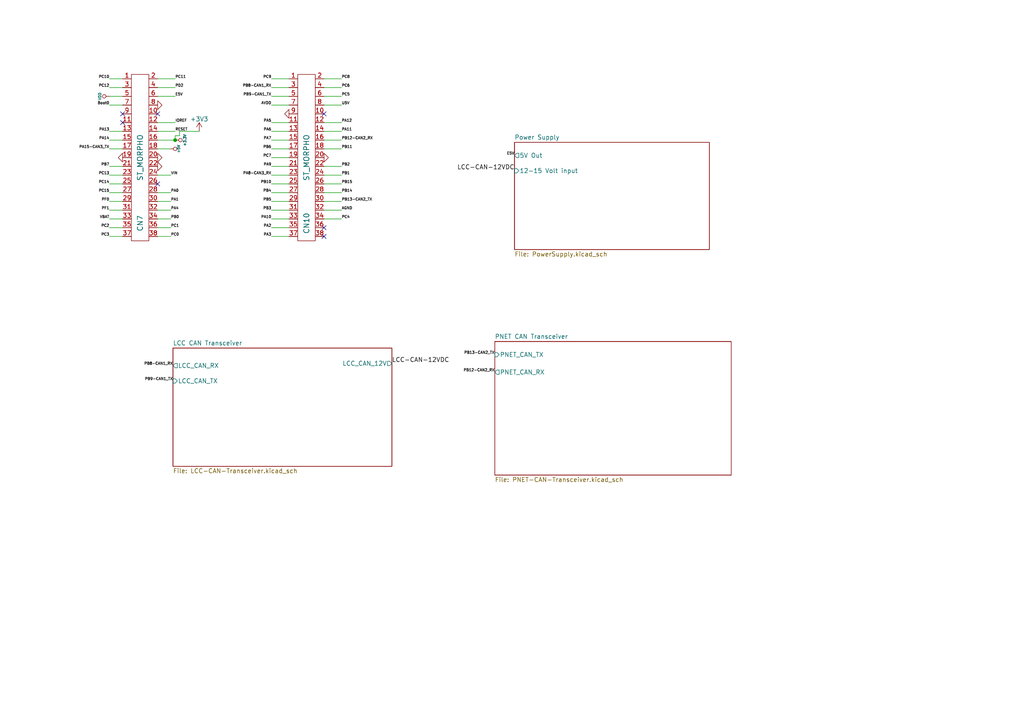
<source format=kicad_sch>
(kicad_sch (version 20211123) (generator eeschema)
  (paper "A4")
  (title_block (date "12 jun 2018"))
  (lib_symbols
    (symbol "LCC-PNET-Router-rescue:+3.3V" (power) (pin_names (offset 0))
      (property "Value" "+3.3V" (at 0 3.556 0))
      (symbol "+3.3V_0_1"
        (polyline (pts (xy -0.762 1.27) (xy 0 2.54)))
        (polyline (pts (xy 0 0) (xy 0 2.54)))
        (polyline (pts (xy 0 2.54) (xy 0.762 1.27)))
      )
      (symbol "+3.3V_1_1"
        (pin power_in line (at 0 0 90) (length 0) hide (name "+3V3") (number "1"))
      )
    )
    (symbol "STM32_Nucleo_MorphoBoard-rescue:+3.3V" (power) (pin_names (offset 0))
      (property "Value" "+3.3V" (at 0 2.794 0))
      (symbol "+3.3V_0_0"
        (pin power_in line (at 0 0 90) (length 0) hide (name "+3.3V") (number "1"))
      )
      (symbol "+3.3V_0_1"
        (polyline (pts (xy 0 0) (xy 0 1.016) (xy 0 1.016)))
        (circle (center 0 1.524) (radius 0.508))
      )
    )
    (symbol "STM32_Nucleo_MorphoBoard-rescue:+5V" (power) (pin_names (offset 1.016))
      (property "Value" "+5V" (at 0 2.286 0))
      (symbol "+5V_0_0"
        (pin power_in line (at 0 0 90) (length 0) hide (name "+5V") (number "1"))
      )
      (symbol "+5V_0_1"
        (polyline (pts (xy 0 0) (xy 0 0.762) (xy 0 0.762) (xy 0 0.762)))
        (circle (center 0 1.27) (radius 0.508))
      )
    )
    (symbol "STM32_Nucleo_MorphoBoard-rescue:GND" (power) (pin_names (offset 0))
      (symbol "GND_0_1"
        (polyline (pts (xy -1.27 0) (xy 0 -1.27) (xy 1.27 0) (xy -1.27 0)))
      )
      (symbol "GND_1_1"
        (pin power_in line (at 0 0 90) (length 0) hide (name "GND") (number "1"))
      )
    )
    (symbol "STM32_Nucleo_MorphoBoard-rescue:VDD" (power) (pin_names (offset 0))
      (property "Value" "VDD" (at 0 2.794 0))
      (symbol "VDD_0_0"
        (pin power_in line (at 0 0 90) (length 0) hide (name "VDD") (number "1"))
      )
      (symbol "VDD_0_1"
        (polyline (pts (xy 0 0) (xy 0 1.016) (xy 0 1.016)))
        (circle (center 0 1.524) (radius 0.508))
      )
    )
    (symbol "st_morpho:ST_MORPHO" (pin_names (offset 1.016))
      (property "Reference" "CN" (at 0 -19.05 90))
      (property "Value" "ST_MORPHO" (at 0 0 90))
      (symbol "ST_MORPHO_0_1"
        (rectangle (start -2.54 24.13) (end 2.54 -24.13))
      )
      (symbol "ST_MORPHO_1_1"
        (pin input line (at -5.08 22.86 0) (length 2.54) (name "~") (number "1"))
        (pin input line (at 5.08 12.7 180) (length 2.54) (name "~") (number "10"))
        (pin input line (at -5.08 10.16 0) (length 2.54) (name "~") (number "11"))
        (pin input line (at 5.08 10.16 180) (length 2.54) (name "~") (number "12"))
        (pin input line (at -5.08 7.62 0) (length 2.54) (name "~") (number "13"))
        (pin input line (at 5.08 7.62 180) (length 2.54) (name "~") (number "14"))
        (pin input line (at -5.08 5.08 0) (length 2.54) (name "~") (number "15"))
        (pin input line (at 5.08 5.08 180) (length 2.54) (name "~") (number "16"))
        (pin input line (at -5.08 2.54 0) (length 2.54) (name "~") (number "17"))
        (pin input line (at 5.08 2.54 180) (length 2.54) (name "~") (number "18"))
        (pin input line (at -5.08 0 0) (length 2.54) (name "~") (number "19"))
        (pin input line (at 5.08 22.86 180) (length 2.54) (name "~") (number "2"))
        (pin input line (at 5.08 0 180) (length 2.54) (name "~") (number "20"))
        (pin input line (at -5.08 -2.54 0) (length 2.54) (name "~") (number "21"))
        (pin input line (at 5.08 -2.54 180) (length 2.54) (name "~") (number "22"))
        (pin input line (at -5.08 -5.08 0) (length 2.54) (name "~") (number "23"))
        (pin input line (at 5.08 -5.08 180) (length 2.54) (name "~") (number "24"))
        (pin input line (at -5.08 -7.62 0) (length 2.54) (name "~") (number "25"))
        (pin input line (at 5.08 -7.62 180) (length 2.54) (name "~") (number "26"))
        (pin input line (at -5.08 -10.16 0) (length 2.54) (name "~") (number "27"))
        (pin input line (at 5.08 -10.16 180) (length 2.54) (name "~") (number "28"))
        (pin input line (at -5.08 -12.7 0) (length 2.54) (name "~") (number "29"))
        (pin input line (at -5.08 20.32 0) (length 2.54) (name "~") (number "3"))
        (pin input line (at 5.08 -12.7 180) (length 2.54) (name "~") (number "30"))
        (pin input line (at -5.08 -15.24 0) (length 2.54) (name "~") (number "31"))
        (pin input line (at 5.08 -15.24 180) (length 2.54) (name "~") (number "32"))
        (pin input line (at -5.08 -17.78 0) (length 2.54) (name "~") (number "33"))
        (pin input line (at 5.08 -17.78 180) (length 2.54) (name "~") (number "34"))
        (pin input line (at -5.08 -20.32 0) (length 2.54) (name "~") (number "35"))
        (pin input line (at 5.08 -20.32 180) (length 2.54) (name "~") (number "36"))
        (pin input line (at -5.08 -22.86 0) (length 2.54) (name "~") (number "37"))
        (pin input line (at 5.08 -22.86 180) (length 2.54) (name "~") (number "38"))
        (pin input line (at 5.08 20.32 180) (length 2.54) (name "~") (number "4"))
        (pin input line (at -5.08 17.78 0) (length 2.54) (name "~") (number "5"))
        (pin input line (at 5.08 17.78 180) (length 2.54) (name "~") (number "6"))
        (pin input line (at -5.08 15.24 0) (length 2.54) (name "~") (number "7"))
        (pin input line (at 5.08 15.24 180) (length 2.54) (name "~") (number "8"))
        (pin input line (at -5.08 12.7 0) (length 2.54) (name "~") (number "9"))
      )
    )
  )
  (junction (at 50.8 40.64))
  (no_connect (at 93.98 68.58))
  (no_connect (at 93.98 33.02))
  (no_connect (at 45.72 53.34))
  (no_connect (at 35.56 33.02))
  (no_connect (at 93.98 66.04))
  (no_connect (at 45.72 33.02))
  (no_connect (at 35.56 35.56))
  (wire (pts (xy 35.56 22.86) (xy 31.75 22.86)))
  (wire (pts (xy 99.06 60.96) (xy 93.98 60.96)))
  (wire (pts (xy 99.06 48.26) (xy 93.98 48.26)))
  (wire (pts (xy 83.82 27.94) (xy 78.74 27.94)))
  (wire (pts (xy 99.06 27.94) (xy 93.98 27.94)))
  (wire (pts (xy 50.8 22.86) (xy 45.72 22.86)))
  (wire (pts (xy 49.53 55.88) (xy 45.72 55.88)))
  (wire (pts (xy 78.74 43.18) (xy 83.82 43.18)))
  (wire (pts (xy 83.82 55.88) (xy 78.74 55.88)))
  (wire (pts (xy 99.06 40.64) (xy 93.98 40.64)))
  (wire (pts (xy 49.53 60.96) (xy 45.72 60.96)))
  (wire (pts (xy 93.98 38.1) (xy 99.06 38.1)))
  (wire (pts (xy 49.53 63.5) (xy 45.72 63.5)))
  (wire (pts (xy 78.74 66.04) (xy 83.82 66.04)))
  (wire (pts (xy 83.82 68.58) (xy 78.74 68.58)))
  (wire (pts (xy 31.75 27.94) (xy 35.56 27.94)))
  (wire (pts (xy 99.06 22.86) (xy 93.98 22.86)))
  (wire (pts (xy 78.74 53.34) (xy 83.82 53.34)))
  (wire (pts (xy 31.75 53.34) (xy 35.56 53.34)))
  (wire (pts (xy 49.53 66.04) (xy 45.72 66.04)))
  (wire (pts (xy 31.75 66.04) (xy 35.56 66.04)))
  (wire (pts (xy 78.74 30.48) (xy 83.82 30.48)))
  (wire (pts (xy 49.53 68.58) (xy 45.72 68.58)))
  (wire (pts (xy 78.74 35.56) (xy 83.82 35.56)))
  (wire (pts (xy 83.82 45.72) (xy 78.74 45.72)))
  (wire (pts (xy 31.75 63.5) (xy 35.56 63.5)))
  (wire (pts (xy 52.07 39.37) (xy 50.8 39.37)))
  (wire (pts (xy 99.06 63.5) (xy 93.98 63.5)))
  (wire (pts (xy 31.75 55.88) (xy 35.56 55.88)))
  (wire (pts (xy 93.98 55.88) (xy 99.06 55.88)))
  (wire (pts (xy 78.74 48.26) (xy 83.82 48.26)))
  (wire (pts (xy 31.75 40.64) (xy 35.56 40.64)))
  (wire (pts (xy 50.8 25.4) (xy 45.72 25.4)))
  (wire (pts (xy 83.82 63.5) (xy 78.74 63.5)))
  (wire (pts (xy 50.8 35.56) (xy 45.72 35.56)))
  (wire (pts (xy 83.82 50.8) (xy 78.74 50.8)))
  (wire (pts (xy 78.74 38.1) (xy 83.82 38.1)))
  (wire (pts (xy 31.75 58.42) (xy 35.56 58.42)))
  (wire (pts (xy 50.8 40.64) (xy 45.72 40.64)))
  (wire (pts (xy 93.98 25.4) (xy 99.06 25.4)))
  (wire (pts (xy 31.75 68.58) (xy 35.56 68.58)))
  (wire (pts (xy 50.8 38.1) (xy 45.72 38.1)))
  (wire (pts (xy 31.75 50.8) (xy 35.56 50.8)))
  (wire (pts (xy 50.8 39.37) (xy 50.8 40.64)))
  (wire (pts (xy 93.98 50.8) (xy 99.06 50.8)))
  (wire (pts (xy 78.74 58.42) (xy 83.82 58.42)))
  (wire (pts (xy 31.75 48.26) (xy 35.56 48.26)))
  (wire (pts (xy 50.8 27.94) (xy 45.72 27.94)))
  (wire (pts (xy 99.06 35.56) (xy 93.98 35.56)))
  (wire (pts (xy 78.74 60.96) (xy 83.82 60.96)))
  (wire (pts (xy 31.75 43.18) (xy 35.56 43.18)))
  (wire (pts (xy 35.56 25.4) (xy 31.75 25.4)))
  (wire (pts (xy 31.75 38.1) (xy 35.56 38.1)))
  (wire (pts (xy 83.82 40.64) (xy 78.74 40.64)))
  (wire (pts (xy 49.53 43.18) (xy 45.72 43.18)))
  (wire (pts (xy 31.75 60.96) (xy 35.56 60.96)))
  (wire (pts (xy 52.07 38.1) (xy 52.07 39.37)))
  (wire (pts (xy 49.53 50.8) (xy 45.72 50.8)))
  (wire (pts (xy 83.82 22.86) (xy 78.74 22.86)))
  (wire (pts (xy 93.98 30.48) (xy 99.06 30.48)))
  (wire (pts (xy 57.785 38.1) (xy 52.07 38.1)))
  (wire (pts (xy 49.53 58.42) (xy 45.72 58.42)))
  (wire (pts (xy 78.74 25.4) (xy 83.82 25.4)))
  (wire (pts (xy 99.06 58.42) (xy 93.98 58.42)))
  (wire (pts (xy 99.06 53.34) (xy 93.98 53.34)))
  (wire (pts (xy 35.56 30.48) (xy 31.75 30.48)))
  (wire (pts (xy 99.06 43.18) (xy 93.98 43.18)))
  (label "PB15" (at 99.06 53.34 0) (effects (font (size 0.762 0.762))))
  (label "PC1" (at 49.53 66.04 0) (effects (font (size 0.762 0.762))))
  (label "PA5" (at 78.74 35.56 180) (effects (font (size 0.762 0.762))))
  (label "LCC-CAN-12VDC" (at 113.665 105.41 0))
  (label "PA0" (at 49.53 55.88 0) (effects (font (size 0.762 0.762))))
  (label "PC14" (at 31.75 53.34 180) (effects (font (size 0.762 0.762))))
  (label "PF0" (at 31.75 58.42 180) (effects (font (size 0.762 0.762))))
  (label "PB13-CAN2_TX" (at 99.06 58.42 0) (effects (font (size 0.762 0.762))))
  (label "PB4" (at 78.74 55.88 180) (effects (font (size 0.762 0.762))))
  (label "PC4" (at 99.06 63.5 0) (effects (font (size 0.762 0.762))))
  (label "PC15" (at 31.75 55.88 180) (effects (font (size 0.762 0.762))))
  (label "AGND" (at 99.06 60.96 0) (effects (font (size 0.762 0.762))))
  (label "PC7" (at 78.74 45.72 180) (effects (font (size 0.762 0.762))))
  (label "PB12-CAN2_RX" (at 143.51 107.95 180) (effects (font (size 0.762 0.762))))
  (label "PA8-CAN3_RX" (at 78.74 50.8 180) (effects (font (size 0.762 0.762))))
  (label "U5V" (at 99.06 30.48 0) (effects (font (size 0.762 0.762))))
  (label "PC9" (at 78.74 22.86 180) (effects (font (size 0.762 0.762))))
  (label "Boot0" (at 31.75 30.48 180) (effects (font (size 0.762 0.762))))
  (label "PD2" (at 50.8 25.4 0) (effects (font (size 0.762 0.762))))
  (label "E5V" (at 149.225 45.085 180) (effects (font (size 0.762 0.762))))
  (label "PB0" (at 49.53 63.5 0) (effects (font (size 0.762 0.762))))
  (label "PB13-CAN2_TX" (at 143.51 102.87 180) (effects (font (size 0.762 0.762))))
  (label "PB9-CAN1_TX" (at 78.74 27.94 180) (effects (font (size 0.762 0.762))))
  (label "PA2" (at 78.74 66.04 180) (effects (font (size 0.762 0.762))))
  (label "E5V" (at 50.8 27.94 0) (effects (font (size 0.762 0.762))))
  (label "PC8" (at 99.06 22.86 0) (effects (font (size 0.762 0.762))))
  (label "PC10" (at 31.75 22.86 180) (effects (font (size 0.762 0.762))))
  (label "PB7" (at 31.75 48.26 180) (effects (font (size 0.762 0.762))))
  (label "PB11" (at 99.06 43.18 0) (effects (font (size 0.762 0.762))))
  (label "PB8-CAN1_RX" (at 78.74 25.4 180) (effects (font (size 0.762 0.762))))
  (label "PB3" (at 78.74 60.96 180) (effects (font (size 0.762 0.762))))
  (label "PA10" (at 78.74 63.5 180) (effects (font (size 0.762 0.762))))
  (label "PB6" (at 78.74 43.18 180) (effects (font (size 0.762 0.762))))
  (label "VBAT" (at 31.75 63.5 180) (effects (font (size 0.762 0.762))))
  (label "PB1" (at 99.06 50.8 0) (effects (font (size 0.762 0.762))))
  (label "PA6" (at 78.74 38.1 180) (effects (font (size 0.762 0.762))))
  (label "RESET" (at 50.8 38.1 0) (effects (font (size 0.762 0.762))))
  (label "PC12" (at 31.75 25.4 180) (effects (font (size 0.762 0.762))))
  (label "PA11" (at 99.06 38.1 0) (effects (font (size 0.762 0.762))))
  (label "PB5" (at 78.74 58.42 180) (effects (font (size 0.762 0.762))))
  (label "PB10" (at 78.74 53.34 180) (effects (font (size 0.762 0.762))))
  (label "PB12-CAN2_RX" (at 99.06 40.64 0) (effects (font (size 0.762 0.762))))
  (label "PA9" (at 78.74 48.26 180) (effects (font (size 0.762 0.762))))
  (label "IOREF" (at 50.8 35.56 0) (effects (font (size 0.762 0.762))))
  (label "PB14" (at 99.06 55.88 0) (effects (font (size 0.762 0.762))))
  (label "PF1" (at 31.75 60.96 180) (effects (font (size 0.762 0.762))))
  (label "PA12" (at 99.06 35.56 0) (effects (font (size 0.762 0.762))))
  (label "PA1" (at 49.53 58.42 0) (effects (font (size 0.762 0.762))))
  (label "VIN" (at 49.53 50.8 0) (effects (font (size 0.762 0.762))))
  (label "PA15-CAN3_TX" (at 31.75 43.18 180) (effects (font (size 0.762 0.762))))
  (label "PB9-CAN1_TX" (at 50.165 110.49 180) (effects (font (size 0.762 0.762))))
  (label "PA7" (at 78.74 40.64 180) (effects (font (size 0.762 0.762))))
  (label "PC11" (at 50.8 22.86 0) (effects (font (size 0.762 0.762))))
  (label "PA14" (at 31.75 40.64 180) (effects (font (size 0.762 0.762))))
  (label "PC2" (at 31.75 66.04 180) (effects (font (size 0.762 0.762))))
  (label "PB8-CAN1_RX" (at 50.165 106.045 180) (effects (font (size 0.762 0.762))))
  (label "PA4" (at 49.53 60.96 0) (effects (font (size 0.762 0.762))))
  (label "PC6" (at 99.06 25.4 0) (effects (font (size 0.762 0.762))))
  (label "PA3" (at 78.74 68.58 180) (effects (font (size 0.762 0.762))))
  (label "PC13" (at 31.75 50.8 180) (effects (font (size 0.762 0.762))))
  (label "PA13" (at 31.75 38.1 180) (effects (font (size 0.762 0.762))))
  (label "PC5" (at 99.06 27.94 0) (effects (font (size 0.762 0.762))))
  (label "PC3" (at 31.75 68.58 180) (effects (font (size 0.762 0.762))))
  (label "AVDD" (at 78.74 30.48 180) (effects (font (size 0.762 0.762))))
  (label "LCC-CAN-12VDC" (at 149.225 49.53 180))
  (label "PB2" (at 99.06 48.26 0) (effects (font (size 0.762 0.762))))
  (label "PC0" (at 49.53 68.58 0) (effects (font (size 0.762 0.762))))
  (symbol (lib_id "st_morpho:ST_MORPHO") (at 40.64 45.72 0) (unit 1)
    (property "Reference" "CN7" (at 40.64 64.77 90) (effects (font (size 1.524 1.524))))
    (property "Value" "ST_MORPHO" (at 40.64 45.72 90) (effects (font (size 1.524 1.524))))
    (property "Footprint" "STMorpho:ST_Morpho" (effects hide))
  )
  (symbol (lib_id "st_morpho:ST_MORPHO") (at 88.9 45.72 0) (unit 1)
    (property "Reference" "CN10" (at 88.9 64.77 90) (effects (font (size 1.524 1.524))))
    (property "Value" "ST_MORPHO" (at 88.9 45.72 90) (effects (font (size 1.524 1.524))))
    (property "Footprint" "STMorpho:ST_Morpho" (effects hide))
  )
  (symbol (lib_id "STM32_Nucleo_MorphoBoard-rescue:GND") (at 35.56 45.72 270) (unit 1)
    (property "Reference" "#PWR01" (effects hide))
    (property "Value" "GND" (effects hide))
  )
  (symbol (lib_id "STM32_Nucleo_MorphoBoard-rescue:VDD") (at 31.75 27.94 90) (unit 1)
    (property "Reference" "#PWR02" (effects hide))
    (property "Value" "VDD" (at 28.956 27.94 0) (effects (font (size 0.762 0.762))))
  )
  (symbol (lib_id "STM32_Nucleo_MorphoBoard-rescue:GND") (at 83.82 33.02 270) (unit 1)
    (property "Reference" "#PWR03" (effects hide))
    (property "Value" "GND" (effects hide))
  )
  (symbol (lib_id "STM32_Nucleo_MorphoBoard-rescue:GND") (at 93.98 45.72 90) (unit 1)
    (property "Reference" "#PWR04" (effects hide))
    (property "Value" "GND" (effects hide))
  )
  (symbol (lib_id "STM32_Nucleo_MorphoBoard-rescue:GND") (at 45.72 30.48 90) (unit 1)
    (property "Reference" "#PWR05" (effects hide))
    (property "Value" "GND" (effects hide))
  )
  (symbol (lib_id "STM32_Nucleo_MorphoBoard-rescue:+3.3V") (at 50.8 40.64 270) (unit 1)
    (property "Reference" "#PWR06" (effects hide))
    (property "Value" "+3.3V" (at 53.594 40.64 0) (effects (font (size 0.762 0.762))))
  )
  (symbol (lib_id "STM32_Nucleo_MorphoBoard-rescue:+5V") (at 49.53 43.18 270) (unit 1)
    (property "Reference" "#PWR07" (effects hide))
    (property "Value" "+5V" (at 51.816 43.18 0) (effects (font (size 0.762 0.762))))
  )
  (symbol (lib_id "STM32_Nucleo_MorphoBoard-rescue:GND") (at 45.72 45.72 90) (unit 1)
    (property "Reference" "#PWR08" (effects hide))
    (property "Value" "GND" (effects hide))
  )
  (symbol (lib_id "STM32_Nucleo_MorphoBoard-rescue:GND") (at 45.72 48.26 90) (unit 1)
    (property "Reference" "#PWR09" (effects hide))
    (property "Value" "GND" (effects hide))
  )
  (symbol (lib_id "LCC-PNET-Router-rescue:+3.3V") (at 57.785 38.1 0) (unit 1)
    (property "Reference" "#PWR0104" (effects hide))
    (property "Value" "+3.3V" (at 57.785 34.544 0))
  )
  (sheet (at 149.225 41.275) (size 56.515 31.115) (stroke (width 0.1524))
    (property "Sheet name" "Power Supply" (at 149.225 40.5634 0) (effects (justify left bottom)))
    (property "Sheet file" "PowerSupply.kicad_sch" (at 149.225 72.9746 0) (effects (justify left top)))
    (pin "5V Out" output (at 149.225 45.085 180))
    (pin "12-15 Volt input" input (at 149.225 49.53 180))
  )
  (sheet (at 143.51 99.06) (size 68.58 38.735) (stroke (width 0.1524))
    (property "Sheet name" "PNET CAN Transceiver" (at 143.51 98.3484 0) (effects (justify left bottom)))
    (property "Sheet file" "PNET-CAN-Transceiver.kicad_sch" (at 143.51 138.3796 0) (effects (justify left top)))
    (pin "PNET_CAN_TX" input (at 143.51 102.87 180))
    (pin "PNET_CAN_RX" output (at 143.51 107.95 180))
  )
  (sheet (at 50.165 100.965) (size 63.5 34.29) (stroke (width 0.1524))
    (property "Sheet name" "LCC CAN Transceiver" (at 50.165 100.2534 0) (effects (justify left bottom)))
    (property "Sheet file" "LCC-CAN-Transceiver.kicad_sch" (at 50.165 135.8396 0) (effects (justify left top)))
    (pin "LCC_CAN_12V" output (at 113.665 105.41 0))
    (pin "LCC_CAN_RX" output (at 50.165 106.045 180))
    (pin "LCC_CAN_TX" input (at 50.165 110.49 180))
  )
)
</source>
